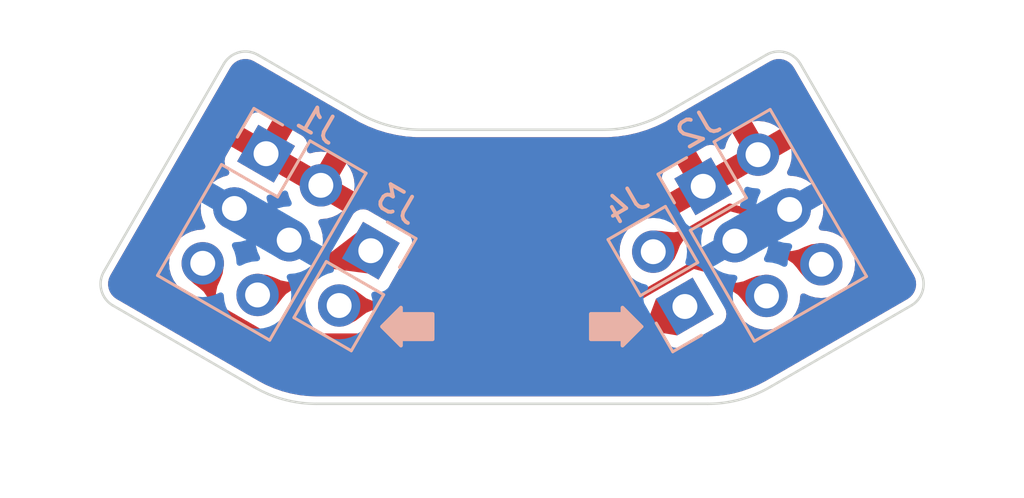
<source format=kicad_pcb>
(kicad_pcb (version 20240108) (generator "pcbnew") (generator_version "8.0")
  (layers (0 "F.Cu" signal) (31 "B.Cu" signal) (34 "B.Paste" user) (35 "F.Paste" user) (36 "B.SilkS" user "B.Silkscreen") (37 "F.SilkS" user "F.Silkscreen") (38 "B.Mask" user) (39 "F.Mask" user) (44 "Edge.Cuts" user))
  (net 0 "")
  (net 1 "GND")
  (net 2 "+12V")
  (net 3 "/DATA_L_IN")
  (net 4 "/DATA_L_OUT")
  (net 5 "/DATA_R_IN")
  (net 6 "/DATA_R_OUT")
  (footprint "Connector_PinSocket_2.54mm:PinSocket_2x03_P2.54mm_Vertical" (layer "B.Cu") (at 173.228 59.69 150)
    (property "Reference" "J1" (at -1.235971 2.086056 150) (layer "B.SilkS") (effects (font (thickness 0.153)) (justify mirror)))
    (property "Value" "Conn_02x03_Odd_Even")
    (fp_line (start 1.33 -6.41) (end 1.33 -1.27) (stroke (width 0.12)) (layer "B.SilkS"))
    (fp_line (start 1.33 -6.41) (end -3.87 -6.41) (stroke (width 0.12)) (layer "B.SilkS"))
    (fp_line (start 1.33 -1.27) (end -1.27 -1.27) (stroke (width 0.12)) (layer "B.SilkS"))
    (fp_line (start 1.33 0) (end 1.33 1.33) (stroke (width 0.12)) (layer "B.SilkS"))
    (fp_line (start 1.33 1.33) (end 0 1.33) (stroke (width 0.12)) (layer "B.SilkS"))
    (fp_line (start -3.87 -6.41) (end -3.87 1.33) (stroke (width 0.12)) (layer "B.SilkS"))
    (fp_line (start -1.27 -1.27) (end -1.27 1.33) (stroke (width 0.12)) (layer "B.SilkS"))
    (fp_line (start -1.27 1.33) (end -3.87 1.33) (stroke (width 0.12)) (layer "B.SilkS"))
    (pad "1" thru_hole rect (at 0 0 150) (size 1.7 1.7) (drill 1) (layers "*.Cu" "*.Mask") (net 2 "+12V"))
    (pad "2" thru_hole oval (at -2.54 0 150) (size 1.7 1.7) (drill 1) (layers "*.Cu" "*.Mask") (net 2 "+12V"))
    (pad "3" thru_hole oval (at 0 -2.54 150) (size 1.7 1.7) (drill 1) (layers "*.Cu" "*.Mask") (net 1 "GND"))
    (pad "4" thru_hole oval (at -2.54 -2.540001 150) (size 1.7 1.7) (drill 1) (layers "*.Cu" "*.Mask") (net 1 "GND"))
    (pad "5" thru_hole oval (at 0 -5.08 150) (size 1.7 1.7) (drill 1) (layers "*.Cu" "*.Mask") (net 4 "/DATA_L_OUT"))
    (pad "6" thru_hole oval (at -2.54 -5.08 150) (size 1.7 1.7) (drill 1) (layers "*.Cu" "*.Mask") (net 3 "/DATA_L_IN"))
  )
  (footprint "Connector_PinHeader_2.54mm:PinHeader_1x02_P2.54mm_Vertical" (layer "B.Cu") (at 190.038354 65.823 30)
    (property "Reference" "J4" (at 0.030622 -4.717747 30) (layer "B.SilkS") (effects (font (thickness 0.153)) (justify mirror)))
    (property "Value" "Conn_01x02_Pin")
    (fp_line (start -1.33 -3.87) (end -1.33 -1.27) (stroke (width 0.12)) (layer "B.SilkS"))
    (fp_line (start 1.33 -3.87) (end -1.33 -3.87) (stroke (width 0.12)) (layer "B.SilkS"))
    (fp_line (start 1.33 -3.87) (end 1.33 -1.27) (stroke (width 0.12)) (layer "B.SilkS"))
    (fp_line (start -1.33 1.33) (end -1.33 0) (stroke (width 0.12)) (layer "B.SilkS"))
    (fp_line (start 1.33 -1.27) (end -1.33 -1.27) (stroke (width 0.12)) (layer "B.SilkS"))
    (fp_line (start 0 1.33) (end -1.33 1.33) (stroke (width 0.12)) (layer "B.SilkS"))
    (pad "1" thru_hole rect (at 0 0 30) (size 1.7 1.7) (drill 1) (layers "*.Cu" "*.Mask") (net 4 "/DATA_L_OUT"))
    (pad "2" thru_hole oval (at 0 -2.54 30) (size 1.7 1.7) (drill 1) (layers "*.Cu" "*.Mask") (net 5 "/DATA_R_IN"))
  )
  (footprint "Connector_PinHeader_2.54mm:PinHeader_1x02_P2.54mm_Vertical" (layer "B.Cu") (at 177.432353 63.583851 150)
    (property "Reference" "J3" (at -0.018236 2.163231 150) (layer "B.SilkS") (effects (font (thickness 0.153)) (justify mirror)))
    (property "Value" "Conn_01x02_Pin")
    (fp_line (start 1.33 -3.87) (end 1.33 -1.27) (stroke (width 0.12)) (layer "B.SilkS"))
    (fp_line (start 1.33 -3.87) (end -1.33 -3.87) (stroke (width 0.12)) (layer "B.SilkS"))
    (fp_line (start 1.33 -1.27) (end -1.33 -1.27) (stroke (width 0.12)) (layer "B.SilkS"))
    (fp_line (start -1.33 -3.87) (end -1.33 -1.27) (stroke (width 0.12)) (layer "B.SilkS"))
    (fp_line (start 0 1.33) (end -1.33 1.33) (stroke (width 0.12)) (layer "B.SilkS"))
    (fp_line (start -1.33 1.33) (end -1.33 0) (stroke (width 0.12)) (layer "B.SilkS"))
    (pad "1" thru_hole rect (at 0 0 150) (size 1.7 1.7) (drill 1) (layers "*.Cu" "*.Mask") (net 3 "/DATA_L_IN"))
    (pad "2" thru_hole oval (at 0 -2.54 150) (size 1.7 1.7) (drill 1) (layers "*.Cu" "*.Mask") (net 6 "/DATA_R_OUT"))
  )
  (footprint "Connector_PinSocket_2.54mm:PinSocket_2x03_P2.54mm_Vertical" (layer "B.Cu") (at 190.773001 60.999443 -150)
    (property "Reference" "J2" (at -0.9968 2.109688 30) (layer "B.SilkS") (effects (font (thickness 0.153)) (justify mirror)))
    (property "Value" "Conn_02x03_Odd_Even")
    (fp_line (start 1.33 1.33) (end 0 1.33) (stroke (width 0.12)) (layer "B.SilkS"))
    (fp_line (start 1.33 0) (end 1.33 1.33) (stroke (width 0.12)) (layer "B.SilkS"))
    (fp_line (start 1.33 -1.27) (end -1.27 -1.27) (stroke (width 0.12)) (layer "B.SilkS"))
    (fp_line (start -1.27 1.33) (end -3.87 1.33) (stroke (width 0.12)) (layer "B.SilkS"))
    (fp_line (start -1.27 -1.27) (end -1.27 1.33) (stroke (width 0.12)) (layer "B.SilkS"))
    (fp_line (start 1.33 -6.41) (end 1.33 -1.27) (stroke (width 0.12)) (layer "B.SilkS"))
    (fp_line (start 1.33 -6.41) (end -3.87 -6.41) (stroke (width 0.12)) (layer "B.SilkS"))
    (fp_line (start -3.87 -6.41) (end -3.87 1.33) (stroke (width 0.12)) (layer "B.SilkS"))
    (pad "1" thru_hole rect (at 0 0 210) (size 1.7 1.7) (drill 1) (layers "*.Cu" "*.Mask") (net 2 "+12V"))
    (pad "2" thru_hole oval (at -2.54 0 210) (size 1.7 1.7) (drill 1) (layers "*.Cu" "*.Mask") (net 2 "+12V"))
    (pad "3" thru_hole oval (at 0 -2.54 210) (size 1.7 1.7) (drill 1) (layers "*.Cu" "*.Mask") (net 1 "GND"))
    (pad "4" thru_hole oval (at -2.54 -2.540001 210) (size 1.7 1.7) (drill 1) (layers "*.Cu" "*.Mask") (net 1 "GND"))
    (pad "5" thru_hole oval (at 0 -5.08 210) (size 1.7 1.7) (drill 1) (layers "*.Cu" "*.Mask") (net 6 "/DATA_R_OUT"))
    (pad "6" thru_hole oval (at -2.54 -5.08 210) (size 1.7 1.7) (drill 1) (layers "*.Cu" "*.Mask") (net 5 "/DATA_R_IN"))
  )
  (gr_poly (pts (xy 186.263411 67.137409) (xy 186.263415 66.121409) (xy 187.533412 66.121408) (xy 187.533413 65.867407) (xy 188.29541 66.629406) (xy 187.533412 67.39141) (xy 187.53341 67.137406)) (stroke (width 0.15)) (fill solid) (layer "B.SilkS"))
  (gr_poly (pts (xy 179.913409 66.121403) (xy 179.913409 67.137408) (xy 178.643413 67.137409) (xy 178.643411 67.391409) (xy 177.881411 66.629404) (xy 178.643411 65.867411) (xy 178.643411 66.121407)) (stroke (width 0.15)) (fill solid) (layer "B.SilkS"))
  (gr_line (start 167.087146 65.786327) (end 172.75516 69.058751) (stroke (width 0.1)) (layer "Edge.Cuts"))
  (gr_arc (start 193.308582 55.723094) (mid 194.067402 55.623194) (end 194.674607 56.089122) (stroke (width 0.1)) (layer "Edge.Cuts"))
  (gr_arc (start 189.263109 58.058749) (mid 188.057203 58.558251) (end 186.763107 58.728627) (stroke (width 0.1)) (layer "Edge.Cuts"))
  (gr_line (start 171.531094 56.089124) (end 166.721108 64.420272) (stroke (width 0.1)) (layer "Edge.Cuts"))
  (gr_arc (start 179.442605 58.728625) (mid 178.1485 58.558253) (end 176.942588 58.058744) (stroke (width 0.1)) (layer "Edge.Cuts"))
  (gr_line (start 193.45055 69.058751) (end 199.118583 65.78631) (stroke (width 0.1)) (layer "Edge.Cuts"))
  (gr_arc (start 175.255151 69.728624) (mid 173.961061 69.558252) (end 172.75516 69.058751) (stroke (width 0.1)) (layer "Edge.Cuts"))
  (gr_arc (start 193.45055 69.058751) (mid 192.244642 69.558254) (end 190.950543 69.728626) (stroke (width 0.1)) (layer "Edge.Cuts"))
  (gr_line (start 199.484608 64.420286) (end 194.674607 56.089122) (stroke (width 0.1)) (layer "Edge.Cuts"))
  (gr_arc (start 199.484608 64.420286) (mid 199.584508 65.179103) (end 199.118583 65.78631) (stroke (width 0.1)) (layer "Edge.Cuts"))
  (gr_arc (start 167.087146 65.786327) (mid 166.621212 65.179112) (end 166.721112 64.420281) (stroke (width 0.1)) (layer "Edge.Cuts"))
  (gr_line (start 175.255151 69.728624) (end 190.950543 69.728626) (stroke (width 0.1)) (layer "Edge.Cuts"))
  (gr_line (start 186.763106 58.728624) (end 179.442605 58.728625) (stroke (width 0.1)) (layer "Edge.Cuts"))
  (gr_arc (start 171.531094 56.089124) (mid 172.138303 55.623195) (end 172.897125 55.723097) (stroke (width 0.1)) (layer "Edge.Cuts"))
  (gr_line (start 176.942588 58.058744) (end 172.897125 55.723097) (stroke (width 0.1)) (layer "Edge.Cuts"))
  (gr_line (start 193.308582 55.723094) (end 189.263109 58.058749) (stroke (width 0.1)) (layer "Edge.Cuts"))
  (segment (start 192.043002 63.199145) (end 194.242703 61.929146) (width 1.7) (layer "B.Cu") (net 1))
  (segment (start 171.958001 61.889701) (end 174.157704 63.159703) (width 1.7) (layer "B.Cu") (net 1))
  (segment (start 174.157704 63.159703) (end 174.157705 63.159702) (width 0.3) (layer "B.Cu") (net 1))
  (segment (start 194.242703 61.929146) (end 194.242706 61.929149) (width 0.3) (layer "B.Cu") (net 1))
  (segment (start 172.887704 65.359405) (end 174.969528 64.801585) (width 0.3) (layer "F.Cu") (net 3))
  (segment (start 174.969528 64.801585) (end 174.969528 64.801585) (width 0.3) (layer "F.Cu") (net 3))
  (segment (start 175.350529 64.141676) (end 177.432353 63.583851) (width 0.3) (layer "F.Cu") (net 3))
  (segment (start 174.969528 64.801585) (end 175.350529 64.141676) (width 0.3) (layer "F.Cu") (net 3))
  (segment (start 173.311854 67.053554) (end 187.882825 67.053555) (width 0.3) (layer "F.Cu") (net 4))
  (segment (start 173.300948 67.064463) (end 173.311854 67.053554) (width 0.3) (layer "F.Cu") (net 4))
  (segment (start 170.688 64.089407) (end 171.152855 65.824259) (width 0.3) (layer "F.Cu") (net 4))
  (segment (start 190.038354 65.823) (end 187.899318 67.057973) (width 0.3) (layer "F.Cu") (net 4))
  (segment (start 171.152855 65.824259) (end 173.300948 67.064463) (width 0.3) (layer "F.Cu") (net 4))
  (segment (start 187.899318 67.057973) (end 187.882825 67.053555) (width 0.127) (layer "F.Cu") (net 4))
  (segment (start 191.847944 61.845297) (end 188.768354 63.623298) (width 0.3) (layer "F.Cu") (net 5))
  (segment (start 192.888857 62.124207) (end 191.847944 61.845297) (width 0.3) (layer "F.Cu") (net 5))
  (segment (start 193.777851 63.664) (end 192.888857 62.124207) (width 0.3) (layer "F.Cu") (net 5))
  (segment (start 195.512708 64.128852) (end 193.777851 63.664) (width 0.3) (layer "F.Cu") (net 5))
  (segment (start 190.920179 64.302363) (end 190.381963 64.158149) (width 0.3) (layer "F.Cu") (net 6))
  (segment (start 190.381963 64.158149) (end 187.528346 65.805686) (width 0.3) (layer "F.Cu") (net 6))
  (segment (start 187.528346 65.805686) (end 187.445752 65.783555) (width 0.3) (layer "F.Cu") (net 6))
  (segment (start 193.313001 65.398852) (end 191.231178 64.841029) (width 0.3) (layer "F.Cu") (net 6))
  (segment (start 176.162353 65.783555) (end 187.445752 65.783555) (width 0.3) (layer "F.Cu") (net 6))
  (segment (start 191.231178 64.841029) (end 190.920179 64.302363) (width 0.3) (layer "F.Cu") (net 6))
  (zone (net 2) (net_name "+12V") (layer "F.Cu") (connect_pads (clearance 0.5)) (min_thickness 0.25) (fill yes (thermal_gap 0.5) (thermal_bridge_width 0.9))
    (polygon (pts (xy 165.13067 55.021709) (xy 201.630673 55.021709) (xy 201.630672 70.021709) (xy 199.630671 72.021708) (xy 167.630665 72.021711) (xy 165.13067 69.521711)))
  )
  (zone (net 1) (net_name "GND") (layer "B.Cu") (priority 1) (connect_pads (clearance 0.5)) (min_thickness 0.25) (fill yes (thermal_gap 0.5) (thermal_bridge_width 0.9))
    (polygon (pts (xy 164.130677 73.52171) (xy 164.130666 53.521707) (xy 202.130669 53.521708) (xy 202.630669 54.021713) (xy 202.630674 73.021712) (xy 202.130671 73.521709)))
  )
)
</source>
